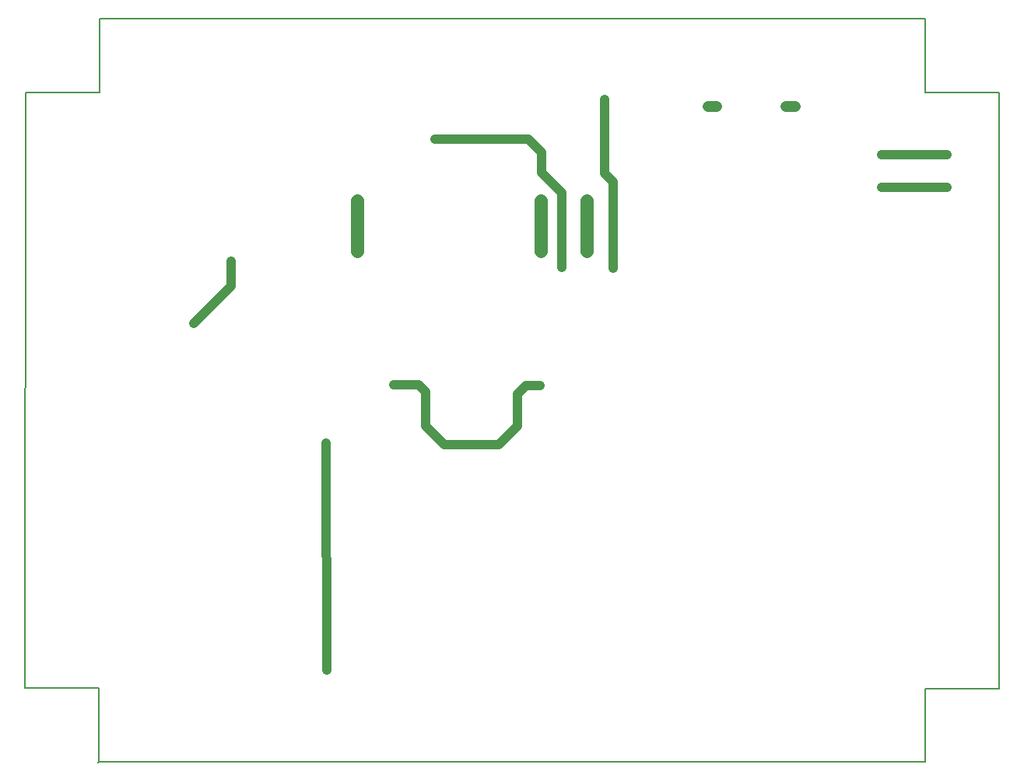
<source format=gbr>
%FSLAX34Y34*%
%MOMM*%
%LNOUTLINE*%
G71*
G01*
%ADD10C, 1.00*%
%ADD11C, 0.15*%
%ADD12C, 1.20*%
%ADD13C, 1.40*%
%LPD*%
G54D10*
X446485Y-131762D02*
X540941Y-131762D01*
G54D10*
X584597Y-199628D02*
X584597Y-271462D01*
G54D10*
X1003697Y-148828D02*
X932657Y-148828D01*
G54D10*
X1003696Y-184944D02*
X932656Y-184944D01*
G54D10*
X402034Y-399653D02*
X429022Y-399653D01*
X436959Y-407590D01*
X436959Y-444500D01*
X457200Y-464740D01*
G54D10*
X561181Y-400050D02*
X546100Y-400050D01*
X536575Y-409575D01*
X536575Y-444103D01*
X515938Y-464740D01*
G54D10*
X457200Y-464740D02*
X515938Y-464740D01*
G54D11*
X81797Y-1388D02*
X81797Y-81160D01*
X1628Y-81160D01*
G54D11*
X81756Y-1190D02*
X980280Y-1190D01*
G54D11*
X1060293Y-81597D02*
X980522Y-81597D01*
X980522Y-1428D01*
G54D11*
X979857Y-810228D02*
X979857Y-730456D01*
X1060026Y-730456D01*
G54D11*
X979898Y-810424D02*
X80976Y-810424D01*
X80183Y-811218D01*
G54D11*
X1361Y-730018D02*
X81132Y-730018D01*
X81133Y-810187D01*
G54D11*
X1588Y-81360D02*
X794Y-729853D01*
G54D11*
X1060450Y-81756D02*
X1060450Y-730250D01*
G54D10*
X328612Y-463153D02*
X329010Y-710010D01*
G54D10*
X540940Y-131762D02*
X548084Y-131762D01*
X562372Y-146050D01*
X562372Y-168275D01*
X584597Y-190500D01*
X584597Y-201216D01*
G54D10*
X631428Y-89297D02*
X631428Y-169069D01*
X640953Y-178594D01*
X640953Y-272256D01*
G54D10*
X224631Y-265112D02*
X224631Y-292497D01*
X184547Y-332581D01*
G54D12*
X743744Y-96838D02*
X753666Y-96838D01*
G54D12*
X828675Y-96838D02*
X838597Y-96838D01*
G54D13*
X561975Y-254000D02*
X561975Y-199231D01*
G54D13*
X611981Y-254000D02*
X611981Y-199231D01*
G54D13*
X361950Y-254000D02*
X361950Y-199231D01*
M02*

</source>
